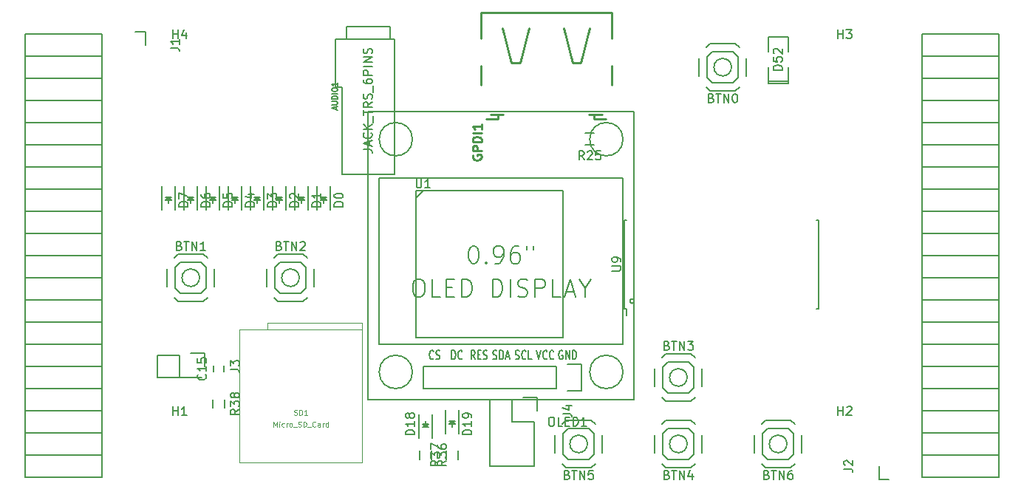
<source format=gto>
G04 #@! TF.FileFunction,Legend,Top*
%FSLAX46Y46*%
G04 Gerber Fmt 4.6, Leading zero omitted, Abs format (unit mm)*
G04 Created by KiCad (PCBNEW 4.0.5+dfsg1-4) date Thu May 18 22:57:46 2017*
%MOMM*%
%LPD*%
G01*
G04 APERTURE LIST*
%ADD10C,0.100000*%
%ADD11C,0.150000*%
%ADD12C,0.010160*%
%ADD13C,0.152400*%
%ADD14C,0.254000*%
%ADD15C,0.124460*%
G04 APERTURE END LIST*
D10*
D11*
X130080000Y-96200000D02*
X146880000Y-96200000D01*
X146880000Y-96200000D02*
X146880000Y-79400000D01*
X146880000Y-79400000D02*
X130080000Y-79400000D01*
X130080000Y-79400000D02*
X130080000Y-96200000D01*
X130880000Y-79400000D02*
X130080000Y-80200000D01*
X170427000Y-66881000D02*
X170427000Y-67135000D01*
X170427000Y-67135000D02*
X172713000Y-67135000D01*
X172713000Y-67135000D02*
X172713000Y-66881000D01*
X170427000Y-66881000D02*
X172713000Y-66881000D01*
X172713000Y-66881000D02*
X172713000Y-65230000D01*
X170427000Y-63452000D02*
X170427000Y-61801000D01*
X170427000Y-61801000D02*
X172713000Y-61801000D01*
X172713000Y-61801000D02*
X172713000Y-63452000D01*
X170427000Y-65230000D02*
X170427000Y-66881000D01*
D12*
X113070000Y-95320000D02*
X113070000Y-94520000D01*
X113070000Y-94520000D02*
X123870000Y-94520000D01*
X123870000Y-94520000D02*
X123870000Y-95320000D01*
X109870000Y-110520000D02*
X109870000Y-95320000D01*
X109870000Y-95320000D02*
X123870000Y-95320000D01*
X123870000Y-95320000D02*
X123870000Y-110520000D01*
X123870000Y-110520000D02*
X109870000Y-110520000D01*
D11*
X105260000Y-89360000D02*
G75*
G03X105260000Y-89360000I-1000000J0D01*
G01*
X103060000Y-87560000D02*
X105460000Y-87560000D01*
X102460000Y-88160000D02*
X103060000Y-87560000D01*
X102460000Y-90560000D02*
X102460000Y-88160000D01*
X103060000Y-91160000D02*
X102460000Y-90560000D01*
X105460000Y-91160000D02*
X103060000Y-91160000D01*
X106060000Y-90560000D02*
X105460000Y-91160000D01*
X106060000Y-88160000D02*
X106060000Y-90560000D01*
X105460000Y-87560000D02*
X106060000Y-88160000D01*
X102810000Y-86660000D02*
X105710000Y-86660000D01*
X102360000Y-87110000D02*
X102810000Y-86660000D01*
X101560000Y-90360000D02*
X101560000Y-88360000D01*
X102810000Y-92060000D02*
X102360000Y-91610000D01*
X105710000Y-92060000D02*
X102810000Y-92060000D01*
X106160000Y-91610000D02*
X105710000Y-92060000D01*
X106960000Y-88360000D02*
X106960000Y-90360000D01*
X105710000Y-86660000D02*
X106160000Y-87110000D01*
X116690000Y-89360000D02*
G75*
G03X116690000Y-89360000I-1000000J0D01*
G01*
X114490000Y-87560000D02*
X116890000Y-87560000D01*
X113890000Y-88160000D02*
X114490000Y-87560000D01*
X113890000Y-90560000D02*
X113890000Y-88160000D01*
X114490000Y-91160000D02*
X113890000Y-90560000D01*
X116890000Y-91160000D02*
X114490000Y-91160000D01*
X117490000Y-90560000D02*
X116890000Y-91160000D01*
X117490000Y-88160000D02*
X117490000Y-90560000D01*
X116890000Y-87560000D02*
X117490000Y-88160000D01*
X114240000Y-86660000D02*
X117140000Y-86660000D01*
X113790000Y-87110000D02*
X114240000Y-86660000D01*
X112990000Y-90360000D02*
X112990000Y-88360000D01*
X114240000Y-92060000D02*
X113790000Y-91610000D01*
X117140000Y-92060000D02*
X114240000Y-92060000D01*
X117590000Y-91610000D02*
X117140000Y-92060000D01*
X118390000Y-88360000D02*
X118390000Y-90360000D01*
X117140000Y-86660000D02*
X117590000Y-87110000D01*
X161140000Y-100790000D02*
G75*
G03X161140000Y-100790000I-1000000J0D01*
G01*
X158940000Y-98990000D02*
X161340000Y-98990000D01*
X158340000Y-99590000D02*
X158940000Y-98990000D01*
X158340000Y-101990000D02*
X158340000Y-99590000D01*
X158940000Y-102590000D02*
X158340000Y-101990000D01*
X161340000Y-102590000D02*
X158940000Y-102590000D01*
X161940000Y-101990000D02*
X161340000Y-102590000D01*
X161940000Y-99590000D02*
X161940000Y-101990000D01*
X161340000Y-98990000D02*
X161940000Y-99590000D01*
X158690000Y-98090000D02*
X161590000Y-98090000D01*
X158240000Y-98540000D02*
X158690000Y-98090000D01*
X157440000Y-101790000D02*
X157440000Y-99790000D01*
X158690000Y-103490000D02*
X158240000Y-103040000D01*
X161590000Y-103490000D02*
X158690000Y-103490000D01*
X162040000Y-103040000D02*
X161590000Y-103490000D01*
X162840000Y-99790000D02*
X162840000Y-101790000D01*
X161590000Y-98090000D02*
X162040000Y-98540000D01*
X161140000Y-108410000D02*
G75*
G03X161140000Y-108410000I-1000000J0D01*
G01*
X161340000Y-110210000D02*
X158940000Y-110210000D01*
X161940000Y-109610000D02*
X161340000Y-110210000D01*
X161940000Y-107210000D02*
X161940000Y-109610000D01*
X161340000Y-106610000D02*
X161940000Y-107210000D01*
X158940000Y-106610000D02*
X161340000Y-106610000D01*
X158340000Y-107210000D02*
X158940000Y-106610000D01*
X158340000Y-109610000D02*
X158340000Y-107210000D01*
X158940000Y-110210000D02*
X158340000Y-109610000D01*
X161590000Y-111110000D02*
X158690000Y-111110000D01*
X162040000Y-110660000D02*
X161590000Y-111110000D01*
X162840000Y-107410000D02*
X162840000Y-109410000D01*
X161590000Y-105710000D02*
X162040000Y-106160000D01*
X158690000Y-105710000D02*
X161590000Y-105710000D01*
X158240000Y-106160000D02*
X158690000Y-105710000D01*
X157440000Y-109410000D02*
X157440000Y-107410000D01*
X158690000Y-111110000D02*
X158240000Y-110660000D01*
X149710000Y-108410000D02*
G75*
G03X149710000Y-108410000I-1000000J0D01*
G01*
X149910000Y-110210000D02*
X147510000Y-110210000D01*
X150510000Y-109610000D02*
X149910000Y-110210000D01*
X150510000Y-107210000D02*
X150510000Y-109610000D01*
X149910000Y-106610000D02*
X150510000Y-107210000D01*
X147510000Y-106610000D02*
X149910000Y-106610000D01*
X146910000Y-107210000D02*
X147510000Y-106610000D01*
X146910000Y-109610000D02*
X146910000Y-107210000D01*
X147510000Y-110210000D02*
X146910000Y-109610000D01*
X150160000Y-111110000D02*
X147260000Y-111110000D01*
X150610000Y-110660000D02*
X150160000Y-111110000D01*
X151410000Y-107410000D02*
X151410000Y-109410000D01*
X150160000Y-105710000D02*
X150610000Y-106160000D01*
X147260000Y-105710000D02*
X150160000Y-105710000D01*
X146810000Y-106160000D02*
X147260000Y-105710000D01*
X146010000Y-109410000D02*
X146010000Y-107410000D01*
X147260000Y-111110000D02*
X146810000Y-110660000D01*
X172570000Y-108410000D02*
G75*
G03X172570000Y-108410000I-1000000J0D01*
G01*
X172770000Y-110210000D02*
X170370000Y-110210000D01*
X173370000Y-109610000D02*
X172770000Y-110210000D01*
X173370000Y-107210000D02*
X173370000Y-109610000D01*
X172770000Y-106610000D02*
X173370000Y-107210000D01*
X170370000Y-106610000D02*
X172770000Y-106610000D01*
X169770000Y-107210000D02*
X170370000Y-106610000D01*
X169770000Y-109610000D02*
X169770000Y-107210000D01*
X170370000Y-110210000D02*
X169770000Y-109610000D01*
X173020000Y-111110000D02*
X170120000Y-111110000D01*
X173470000Y-110660000D02*
X173020000Y-111110000D01*
X174270000Y-107410000D02*
X174270000Y-109410000D01*
X173020000Y-105710000D02*
X173470000Y-106160000D01*
X170120000Y-105710000D02*
X173020000Y-105710000D01*
X169670000Y-106160000D02*
X170120000Y-105710000D01*
X168870000Y-109410000D02*
X168870000Y-107410000D01*
X170120000Y-111110000D02*
X169670000Y-110660000D01*
X118750000Y-78870000D02*
X118750000Y-81570000D01*
X120250000Y-78870000D02*
X120250000Y-81570000D01*
X119350000Y-80370000D02*
X119600000Y-80370000D01*
X119600000Y-80370000D02*
X119450000Y-80220000D01*
X119850000Y-80120000D02*
X119150000Y-80120000D01*
X119500000Y-80470000D02*
X119500000Y-80820000D01*
X119500000Y-80120000D02*
X119850000Y-80470000D01*
X119850000Y-80470000D02*
X119150000Y-80470000D01*
X119150000Y-80470000D02*
X119500000Y-80120000D01*
X116210000Y-78870000D02*
X116210000Y-81570000D01*
X117710000Y-78870000D02*
X117710000Y-81570000D01*
X116810000Y-80370000D02*
X117060000Y-80370000D01*
X117060000Y-80370000D02*
X116910000Y-80220000D01*
X117310000Y-80120000D02*
X116610000Y-80120000D01*
X116960000Y-80470000D02*
X116960000Y-80820000D01*
X116960000Y-80120000D02*
X117310000Y-80470000D01*
X117310000Y-80470000D02*
X116610000Y-80470000D01*
X116610000Y-80470000D02*
X116960000Y-80120000D01*
X113670000Y-78870000D02*
X113670000Y-81570000D01*
X115170000Y-78870000D02*
X115170000Y-81570000D01*
X114270000Y-80370000D02*
X114520000Y-80370000D01*
X114520000Y-80370000D02*
X114370000Y-80220000D01*
X114770000Y-80120000D02*
X114070000Y-80120000D01*
X114420000Y-80470000D02*
X114420000Y-80820000D01*
X114420000Y-80120000D02*
X114770000Y-80470000D01*
X114770000Y-80470000D02*
X114070000Y-80470000D01*
X114070000Y-80470000D02*
X114420000Y-80120000D01*
X111130000Y-78870000D02*
X111130000Y-81570000D01*
X112630000Y-78870000D02*
X112630000Y-81570000D01*
X111730000Y-80370000D02*
X111980000Y-80370000D01*
X111980000Y-80370000D02*
X111830000Y-80220000D01*
X112230000Y-80120000D02*
X111530000Y-80120000D01*
X111880000Y-80470000D02*
X111880000Y-80820000D01*
X111880000Y-80120000D02*
X112230000Y-80470000D01*
X112230000Y-80470000D02*
X111530000Y-80470000D01*
X111530000Y-80470000D02*
X111880000Y-80120000D01*
X108590000Y-78870000D02*
X108590000Y-81570000D01*
X110090000Y-78870000D02*
X110090000Y-81570000D01*
X109190000Y-80370000D02*
X109440000Y-80370000D01*
X109440000Y-80370000D02*
X109290000Y-80220000D01*
X109690000Y-80120000D02*
X108990000Y-80120000D01*
X109340000Y-80470000D02*
X109340000Y-80820000D01*
X109340000Y-80120000D02*
X109690000Y-80470000D01*
X109690000Y-80470000D02*
X108990000Y-80470000D01*
X108990000Y-80470000D02*
X109340000Y-80120000D01*
X106050000Y-78870000D02*
X106050000Y-81570000D01*
X107550000Y-78870000D02*
X107550000Y-81570000D01*
X106650000Y-80370000D02*
X106900000Y-80370000D01*
X106900000Y-80370000D02*
X106750000Y-80220000D01*
X107150000Y-80120000D02*
X106450000Y-80120000D01*
X106800000Y-80470000D02*
X106800000Y-80820000D01*
X106800000Y-80120000D02*
X107150000Y-80470000D01*
X107150000Y-80470000D02*
X106450000Y-80470000D01*
X106450000Y-80470000D02*
X106800000Y-80120000D01*
X103510000Y-78870000D02*
X103510000Y-81570000D01*
X105010000Y-78870000D02*
X105010000Y-81570000D01*
X104110000Y-80370000D02*
X104360000Y-80370000D01*
X104360000Y-80370000D02*
X104210000Y-80220000D01*
X104610000Y-80120000D02*
X103910000Y-80120000D01*
X104260000Y-80470000D02*
X104260000Y-80820000D01*
X104260000Y-80120000D02*
X104610000Y-80470000D01*
X104610000Y-80470000D02*
X103910000Y-80470000D01*
X103910000Y-80470000D02*
X104260000Y-80120000D01*
X100970000Y-78870000D02*
X100970000Y-81570000D01*
X102470000Y-78870000D02*
X102470000Y-81570000D01*
X101570000Y-80370000D02*
X101820000Y-80370000D01*
X101820000Y-80370000D02*
X101670000Y-80220000D01*
X102070000Y-80120000D02*
X101370000Y-80120000D01*
X101720000Y-80470000D02*
X101720000Y-80820000D01*
X101720000Y-80120000D02*
X102070000Y-80470000D01*
X102070000Y-80470000D02*
X101370000Y-80470000D01*
X101370000Y-80470000D02*
X101720000Y-80120000D01*
D13*
X121580000Y-77540000D02*
X121580000Y-67540000D01*
X121580000Y-67540000D02*
X120880000Y-67540000D01*
X120880000Y-67540000D02*
X120880000Y-62040000D01*
X127580000Y-77540000D02*
X121580000Y-77540000D01*
X127580000Y-62040000D02*
X127580000Y-77540000D01*
X127580000Y-62040000D02*
X120880000Y-62040000D01*
X127080000Y-62040000D02*
X127080000Y-60540000D01*
X127080000Y-60540000D02*
X122080000Y-60540000D01*
X122080000Y-60540000D02*
X122080000Y-62040000D01*
D11*
X176180000Y-92880000D02*
X175980000Y-92880000D01*
X176180000Y-82720000D02*
X175980000Y-82720000D01*
X155080000Y-92050000D02*
G75*
G03X155080000Y-92050000I-250000J0D01*
G01*
X154180000Y-92880000D02*
X154180000Y-93700000D01*
X153980000Y-92880000D02*
X154180000Y-92880000D01*
X153980000Y-82720000D02*
X154180000Y-82720000D01*
X176190000Y-82720000D02*
X176190000Y-92880000D01*
X153970000Y-92880000D02*
X153970000Y-82720000D01*
D14*
X151378260Y-70648160D02*
X150479100Y-70648160D01*
X150479100Y-70648160D02*
X149879660Y-70648160D01*
X140080340Y-70648160D02*
X139480900Y-70648160D01*
X139480900Y-70648160D02*
X138581740Y-70648160D01*
X137481920Y-67249640D02*
X137481920Y-65098260D01*
X137481920Y-61900400D02*
X137481920Y-58992100D01*
X137481920Y-58992100D02*
X152478080Y-58992100D01*
X152478080Y-58992100D02*
X152478080Y-61900400D01*
X152478080Y-65098260D02*
X152478080Y-67249640D01*
X138106760Y-71148540D02*
X139480900Y-71148540D01*
X139480900Y-71148540D02*
X139480900Y-70648160D01*
X150479100Y-70648160D02*
X150479100Y-71148540D01*
X150479100Y-71148540D02*
X151865940Y-71148540D01*
X142981020Y-60732000D02*
X141980260Y-64732500D01*
X141980260Y-64732500D02*
X140982040Y-64732500D01*
X140982040Y-64732500D02*
X139981280Y-60732000D01*
X146978980Y-60732000D02*
X147979740Y-64732500D01*
X147979740Y-64732500D02*
X148977960Y-64732500D01*
X148977960Y-64732500D02*
X149978720Y-60732000D01*
D11*
X85270000Y-112220000D02*
X94100000Y-112220000D01*
X85270000Y-109680000D02*
X85270000Y-112220000D01*
X94100000Y-109680000D02*
X94100000Y-112220000D01*
X94100000Y-112220000D02*
X85270000Y-112220000D01*
X94100000Y-109680000D02*
X85270000Y-109680000D01*
X94100000Y-107140000D02*
X94100000Y-109680000D01*
X85270000Y-107140000D02*
X85270000Y-109680000D01*
X85270000Y-109680000D02*
X94100000Y-109680000D01*
X85270000Y-91900000D02*
X94100000Y-91900000D01*
X85270000Y-89360000D02*
X85270000Y-91900000D01*
X94100000Y-89360000D02*
X94100000Y-91900000D01*
X94100000Y-91900000D02*
X85270000Y-91900000D01*
X94100000Y-94440000D02*
X85270000Y-94440000D01*
X94100000Y-91900000D02*
X94100000Y-94440000D01*
X85270000Y-91900000D02*
X85270000Y-94440000D01*
X85270000Y-94440000D02*
X94100000Y-94440000D01*
X85270000Y-107140000D02*
X94100000Y-107140000D01*
X85270000Y-104600000D02*
X85270000Y-107140000D01*
X94100000Y-104600000D02*
X94100000Y-107140000D01*
X94100000Y-107140000D02*
X85270000Y-107140000D01*
X94100000Y-104600000D02*
X85270000Y-104600000D01*
X94100000Y-102060000D02*
X94100000Y-104600000D01*
X85270000Y-102060000D02*
X85270000Y-104600000D01*
X85270000Y-104600000D02*
X94100000Y-104600000D01*
X85270000Y-102060000D02*
X94100000Y-102060000D01*
X85270000Y-99520000D02*
X85270000Y-102060000D01*
X94100000Y-99520000D02*
X94100000Y-102060000D01*
X94100000Y-102060000D02*
X85270000Y-102060000D01*
X94100000Y-99520000D02*
X85270000Y-99520000D01*
X94100000Y-96980000D02*
X94100000Y-99520000D01*
X85270000Y-96980000D02*
X85270000Y-99520000D01*
X85270000Y-99520000D02*
X94100000Y-99520000D01*
X85270000Y-96980000D02*
X94100000Y-96980000D01*
X85270000Y-94440000D02*
X85270000Y-96980000D01*
X94100000Y-94440000D02*
X94100000Y-96980000D01*
X94100000Y-96980000D02*
X85270000Y-96980000D01*
X94100000Y-79200000D02*
X85270000Y-79200000D01*
X94100000Y-76660000D02*
X94100000Y-79200000D01*
X85270000Y-76660000D02*
X85270000Y-79200000D01*
X85270000Y-79200000D02*
X94100000Y-79200000D01*
X85270000Y-81740000D02*
X94100000Y-81740000D01*
X85270000Y-79200000D02*
X85270000Y-81740000D01*
X94100000Y-79200000D02*
X94100000Y-81740000D01*
X94100000Y-81740000D02*
X85270000Y-81740000D01*
X94100000Y-84280000D02*
X85270000Y-84280000D01*
X94100000Y-81740000D02*
X94100000Y-84280000D01*
X85270000Y-81740000D02*
X85270000Y-84280000D01*
X85270000Y-84280000D02*
X94100000Y-84280000D01*
X85270000Y-86820000D02*
X94100000Y-86820000D01*
X85270000Y-84280000D02*
X85270000Y-86820000D01*
X94100000Y-84280000D02*
X94100000Y-86820000D01*
X94100000Y-86820000D02*
X85270000Y-86820000D01*
X94100000Y-89360000D02*
X85270000Y-89360000D01*
X94100000Y-86820000D02*
X94100000Y-89360000D01*
X85270000Y-86820000D02*
X85270000Y-89360000D01*
X85270000Y-89360000D02*
X94100000Y-89360000D01*
X85270000Y-76660000D02*
X94100000Y-76660000D01*
X85270000Y-74120000D02*
X85270000Y-76660000D01*
X94100000Y-74120000D02*
X94100000Y-76660000D01*
X94100000Y-76660000D02*
X85270000Y-76660000D01*
X94100000Y-74120000D02*
X85270000Y-74120000D01*
X94100000Y-71580000D02*
X94100000Y-74120000D01*
X85270000Y-71580000D02*
X85270000Y-74120000D01*
X85270000Y-74120000D02*
X94100000Y-74120000D01*
X85270000Y-71580000D02*
X94100000Y-71580000D01*
X85270000Y-69040000D02*
X85270000Y-71580000D01*
X94100000Y-69040000D02*
X94100000Y-71580000D01*
X94100000Y-71580000D02*
X85270000Y-71580000D01*
X94100000Y-69040000D02*
X85270000Y-69040000D01*
X94100000Y-66500000D02*
X94100000Y-69040000D01*
X85270000Y-66500000D02*
X85270000Y-69040000D01*
X85270000Y-69040000D02*
X94100000Y-69040000D01*
X85270000Y-66500000D02*
X94100000Y-66500000D01*
X85270000Y-63960000D02*
X85270000Y-66500000D01*
X94100000Y-63960000D02*
X94100000Y-66500000D01*
X94100000Y-66500000D02*
X85270000Y-66500000D01*
X94100000Y-63960000D02*
X85270000Y-63960000D01*
X94100000Y-61420000D02*
X94100000Y-63960000D01*
X99060000Y-62690000D02*
X99060000Y-61140000D01*
X99060000Y-61140000D02*
X97910000Y-61140000D01*
X94100000Y-61420000D02*
X85270000Y-61420000D01*
X85270000Y-61420000D02*
X85270000Y-63960000D01*
X85270000Y-63960000D02*
X94100000Y-63960000D01*
X196910000Y-61420000D02*
X188080000Y-61420000D01*
X196910000Y-63960000D02*
X196910000Y-61420000D01*
X188080000Y-63960000D02*
X188080000Y-61420000D01*
X188080000Y-61420000D02*
X196910000Y-61420000D01*
X188080000Y-63960000D02*
X196910000Y-63960000D01*
X188080000Y-66500000D02*
X188080000Y-63960000D01*
X196910000Y-66500000D02*
X196910000Y-63960000D01*
X196910000Y-63960000D02*
X188080000Y-63960000D01*
X196910000Y-81740000D02*
X188080000Y-81740000D01*
X196910000Y-84280000D02*
X196910000Y-81740000D01*
X188080000Y-84280000D02*
X188080000Y-81740000D01*
X188080000Y-81740000D02*
X196910000Y-81740000D01*
X188080000Y-79200000D02*
X196910000Y-79200000D01*
X188080000Y-81740000D02*
X188080000Y-79200000D01*
X196910000Y-81740000D02*
X196910000Y-79200000D01*
X196910000Y-79200000D02*
X188080000Y-79200000D01*
X196910000Y-66500000D02*
X188080000Y-66500000D01*
X196910000Y-69040000D02*
X196910000Y-66500000D01*
X188080000Y-69040000D02*
X188080000Y-66500000D01*
X188080000Y-66500000D02*
X196910000Y-66500000D01*
X188080000Y-69040000D02*
X196910000Y-69040000D01*
X188080000Y-71580000D02*
X188080000Y-69040000D01*
X196910000Y-71580000D02*
X196910000Y-69040000D01*
X196910000Y-69040000D02*
X188080000Y-69040000D01*
X196910000Y-71580000D02*
X188080000Y-71580000D01*
X196910000Y-74120000D02*
X196910000Y-71580000D01*
X188080000Y-74120000D02*
X188080000Y-71580000D01*
X188080000Y-71580000D02*
X196910000Y-71580000D01*
X188080000Y-74120000D02*
X196910000Y-74120000D01*
X188080000Y-76660000D02*
X188080000Y-74120000D01*
X196910000Y-76660000D02*
X196910000Y-74120000D01*
X196910000Y-74120000D02*
X188080000Y-74120000D01*
X196910000Y-76660000D02*
X188080000Y-76660000D01*
X196910000Y-79200000D02*
X196910000Y-76660000D01*
X188080000Y-79200000D02*
X188080000Y-76660000D01*
X188080000Y-76660000D02*
X196910000Y-76660000D01*
X188080000Y-94440000D02*
X196910000Y-94440000D01*
X188080000Y-96980000D02*
X188080000Y-94440000D01*
X196910000Y-96980000D02*
X196910000Y-94440000D01*
X196910000Y-94440000D02*
X188080000Y-94440000D01*
X196910000Y-91900000D02*
X188080000Y-91900000D01*
X196910000Y-94440000D02*
X196910000Y-91900000D01*
X188080000Y-94440000D02*
X188080000Y-91900000D01*
X188080000Y-91900000D02*
X196910000Y-91900000D01*
X188080000Y-89360000D02*
X196910000Y-89360000D01*
X188080000Y-91900000D02*
X188080000Y-89360000D01*
X196910000Y-91900000D02*
X196910000Y-89360000D01*
X196910000Y-89360000D02*
X188080000Y-89360000D01*
X196910000Y-86820000D02*
X188080000Y-86820000D01*
X196910000Y-89360000D02*
X196910000Y-86820000D01*
X188080000Y-89360000D02*
X188080000Y-86820000D01*
X188080000Y-86820000D02*
X196910000Y-86820000D01*
X188080000Y-84280000D02*
X196910000Y-84280000D01*
X188080000Y-86820000D02*
X188080000Y-84280000D01*
X196910000Y-86820000D02*
X196910000Y-84280000D01*
X196910000Y-84280000D02*
X188080000Y-84280000D01*
X196910000Y-96980000D02*
X188080000Y-96980000D01*
X196910000Y-99520000D02*
X196910000Y-96980000D01*
X188080000Y-99520000D02*
X188080000Y-96980000D01*
X188080000Y-96980000D02*
X196910000Y-96980000D01*
X188080000Y-99520000D02*
X196910000Y-99520000D01*
X188080000Y-102060000D02*
X188080000Y-99520000D01*
X196910000Y-102060000D02*
X196910000Y-99520000D01*
X196910000Y-99520000D02*
X188080000Y-99520000D01*
X196910000Y-102060000D02*
X188080000Y-102060000D01*
X196910000Y-104600000D02*
X196910000Y-102060000D01*
X188080000Y-104600000D02*
X188080000Y-102060000D01*
X188080000Y-102060000D02*
X196910000Y-102060000D01*
X188080000Y-104600000D02*
X196910000Y-104600000D01*
X188080000Y-107140000D02*
X188080000Y-104600000D01*
X196910000Y-107140000D02*
X196910000Y-104600000D01*
X196910000Y-104600000D02*
X188080000Y-104600000D01*
X196910000Y-107140000D02*
X188080000Y-107140000D01*
X196910000Y-109680000D02*
X196910000Y-107140000D01*
X188080000Y-109680000D02*
X188080000Y-107140000D01*
X188080000Y-107140000D02*
X196910000Y-107140000D01*
X188080000Y-109680000D02*
X196910000Y-109680000D01*
X188080000Y-112220000D02*
X188080000Y-109680000D01*
X183120000Y-110950000D02*
X183120000Y-112500000D01*
X183120000Y-112500000D02*
X184270000Y-112500000D01*
X188080000Y-112220000D02*
X196910000Y-112220000D01*
X196910000Y-112220000D02*
X196910000Y-109680000D01*
X196910000Y-109680000D02*
X188080000Y-109680000D01*
X166220000Y-65230000D02*
G75*
G03X166220000Y-65230000I-1000000J0D01*
G01*
X166420000Y-67030000D02*
X164020000Y-67030000D01*
X167020000Y-66430000D02*
X166420000Y-67030000D01*
X167020000Y-64030000D02*
X167020000Y-66430000D01*
X166420000Y-63430000D02*
X167020000Y-64030000D01*
X164020000Y-63430000D02*
X166420000Y-63430000D01*
X163420000Y-64030000D02*
X164020000Y-63430000D01*
X163420000Y-66430000D02*
X163420000Y-64030000D01*
X164020000Y-67030000D02*
X163420000Y-66430000D01*
X166670000Y-67930000D02*
X163770000Y-67930000D01*
X167120000Y-67480000D02*
X166670000Y-67930000D01*
X167920000Y-64230000D02*
X167920000Y-66230000D01*
X166670000Y-62530000D02*
X167120000Y-62980000D01*
X163770000Y-62530000D02*
X166670000Y-62530000D01*
X163320000Y-62980000D02*
X163770000Y-62530000D01*
X162520000Y-66230000D02*
X162520000Y-64230000D01*
X163770000Y-67930000D02*
X163320000Y-67480000D01*
X149480000Y-72810000D02*
X150480000Y-72810000D01*
X150480000Y-74160000D02*
X149480000Y-74160000D01*
X105810000Y-99520000D02*
X105810000Y-97970000D01*
X102990000Y-100790000D02*
X105530000Y-100790000D01*
X105810000Y-97970000D02*
X104260000Y-97970000D01*
X100450000Y-100790000D02*
X102990000Y-100790000D01*
X102990000Y-100790000D02*
X102990000Y-98250000D01*
X102990000Y-98250000D02*
X100450000Y-98250000D01*
X100450000Y-98250000D02*
X100450000Y-100790000D01*
X153790000Y-73485000D02*
G75*
G03X153790000Y-73485000I-1905000J0D01*
G01*
X129660000Y-73485000D02*
G75*
G03X129660000Y-73485000I-1905000J0D01*
G01*
X129660000Y-100155000D02*
G75*
G03X129660000Y-100155000I-1905000J0D01*
G01*
X153790000Y-100155000D02*
G75*
G03X153790000Y-100155000I-1905000J0D01*
G01*
X153790000Y-77930000D02*
X153790000Y-96980000D01*
X125850000Y-77930000D02*
X153790000Y-77930000D01*
X125850000Y-96980000D02*
X125850000Y-77930000D01*
X153790000Y-96980000D02*
X125850000Y-96980000D01*
X155060000Y-70310000D02*
X155060000Y-103330000D01*
X124580000Y-70310000D02*
X155060000Y-70310000D01*
X124580000Y-103330000D02*
X124580000Y-70310000D01*
X155060000Y-103330000D02*
X124580000Y-103330000D01*
X146170000Y-99520000D02*
X130930000Y-99520000D01*
X130930000Y-99520000D02*
X130930000Y-102060000D01*
X130930000Y-102060000D02*
X146170000Y-102060000D01*
X148990000Y-99240000D02*
X147440000Y-99240000D01*
X146170000Y-99520000D02*
X146170000Y-102060000D01*
X147440000Y-102340000D02*
X148990000Y-102340000D01*
X148990000Y-102340000D02*
X148990000Y-99240000D01*
X131934000Y-107724000D02*
X131934000Y-105024000D01*
X130434000Y-107724000D02*
X130434000Y-105024000D01*
X131334000Y-106224000D02*
X131084000Y-106224000D01*
X131084000Y-106224000D02*
X131234000Y-106374000D01*
X130834000Y-106474000D02*
X131534000Y-106474000D01*
X131184000Y-106124000D02*
X131184000Y-105774000D01*
X131184000Y-106474000D02*
X130834000Y-106124000D01*
X130834000Y-106124000D02*
X131534000Y-106124000D01*
X131534000Y-106124000D02*
X131184000Y-106474000D01*
X133482000Y-104524000D02*
X133482000Y-107224000D01*
X134982000Y-104524000D02*
X134982000Y-107224000D01*
X134082000Y-106024000D02*
X134332000Y-106024000D01*
X134332000Y-106024000D02*
X134182000Y-105874000D01*
X134582000Y-105774000D02*
X133882000Y-105774000D01*
X134232000Y-106124000D02*
X134232000Y-106474000D01*
X134232000Y-105774000D02*
X134582000Y-106124000D01*
X134582000Y-106124000D02*
X133882000Y-106124000D01*
X133882000Y-106124000D02*
X134232000Y-105774000D01*
X130509000Y-110180000D02*
X130509000Y-109180000D01*
X131859000Y-109180000D02*
X131859000Y-110180000D01*
X134907000Y-109180000D02*
X134907000Y-110180000D01*
X133557000Y-110180000D02*
X133557000Y-109180000D01*
X106880000Y-100150000D02*
X106880000Y-99450000D01*
X108080000Y-99450000D02*
X108080000Y-100150000D01*
X106805000Y-104300000D02*
X106805000Y-103300000D01*
X108155000Y-103300000D02*
X108155000Y-104300000D01*
X143630000Y-110950000D02*
X143630000Y-105870000D01*
X143910000Y-103050000D02*
X143910000Y-104600000D01*
X141090000Y-103330000D02*
X141090000Y-105870000D01*
X141090000Y-105870000D02*
X143630000Y-105870000D01*
X143630000Y-110950000D02*
X138550000Y-110950000D01*
X138550000Y-110950000D02*
X138550000Y-105870000D01*
X143910000Y-103050000D02*
X142360000Y-103050000D01*
X138550000Y-103330000D02*
X141090000Y-103330000D01*
X138550000Y-105870000D02*
X138550000Y-103330000D01*
X130118095Y-78052381D02*
X130118095Y-78861905D01*
X130165714Y-78957143D01*
X130213333Y-79004762D01*
X130308571Y-79052381D01*
X130499048Y-79052381D01*
X130594286Y-79004762D01*
X130641905Y-78957143D01*
X130689524Y-78861905D01*
X130689524Y-78052381D01*
X131689524Y-79052381D02*
X131118095Y-79052381D01*
X131403809Y-79052381D02*
X131403809Y-78052381D01*
X131308571Y-78195238D01*
X131213333Y-78290476D01*
X131118095Y-78338095D01*
X172022381Y-65555286D02*
X171022381Y-65555286D01*
X171022381Y-65317191D01*
X171070000Y-65174333D01*
X171165238Y-65079095D01*
X171260476Y-65031476D01*
X171450952Y-64983857D01*
X171593810Y-64983857D01*
X171784286Y-65031476D01*
X171879524Y-65079095D01*
X171974762Y-65174333D01*
X172022381Y-65317191D01*
X172022381Y-65555286D01*
X171022381Y-64079095D02*
X171022381Y-64555286D01*
X171498571Y-64602905D01*
X171450952Y-64555286D01*
X171403333Y-64460048D01*
X171403333Y-64221952D01*
X171450952Y-64126714D01*
X171498571Y-64079095D01*
X171593810Y-64031476D01*
X171831905Y-64031476D01*
X171927143Y-64079095D01*
X171974762Y-64126714D01*
X172022381Y-64221952D01*
X172022381Y-64460048D01*
X171974762Y-64555286D01*
X171927143Y-64602905D01*
X171117619Y-63650524D02*
X171070000Y-63602905D01*
X171022381Y-63507667D01*
X171022381Y-63269571D01*
X171070000Y-63174333D01*
X171117619Y-63126714D01*
X171212857Y-63079095D01*
X171308095Y-63079095D01*
X171450952Y-63126714D01*
X172022381Y-63698143D01*
X172022381Y-63079095D01*
D15*
X116113564Y-105062630D02*
X116199198Y-105091175D01*
X116341922Y-105091175D01*
X116399012Y-105062630D01*
X116427556Y-105034086D01*
X116456101Y-104976996D01*
X116456101Y-104919907D01*
X116427556Y-104862817D01*
X116399012Y-104834272D01*
X116341922Y-104805728D01*
X116227743Y-104777183D01*
X116170654Y-104748638D01*
X116142109Y-104720093D01*
X116113564Y-104663004D01*
X116113564Y-104605914D01*
X116142109Y-104548825D01*
X116170654Y-104520280D01*
X116227743Y-104491735D01*
X116370467Y-104491735D01*
X116456101Y-104520280D01*
X116713004Y-105091175D02*
X116713004Y-104491735D01*
X116855728Y-104491735D01*
X116941362Y-104520280D01*
X116998451Y-104577370D01*
X117026996Y-104634459D01*
X117055541Y-104748638D01*
X117055541Y-104834272D01*
X117026996Y-104948451D01*
X116998451Y-105005541D01*
X116941362Y-105062630D01*
X116855728Y-105091175D01*
X116713004Y-105091175D01*
X117626436Y-105091175D02*
X117283899Y-105091175D01*
X117455168Y-105091175D02*
X117455168Y-104491735D01*
X117398078Y-104577370D01*
X117340989Y-104634459D01*
X117283899Y-104663004D01*
X113744350Y-106441175D02*
X113744350Y-105841735D01*
X113944163Y-106269907D01*
X114143976Y-105841735D01*
X114143976Y-106441175D01*
X114429424Y-106441175D02*
X114429424Y-106041549D01*
X114429424Y-105841735D02*
X114400879Y-105870280D01*
X114429424Y-105898825D01*
X114457969Y-105870280D01*
X114429424Y-105841735D01*
X114429424Y-105898825D01*
X114971775Y-106412630D02*
X114914685Y-106441175D01*
X114800506Y-106441175D01*
X114743417Y-106412630D01*
X114714872Y-106384086D01*
X114686327Y-106326996D01*
X114686327Y-106155728D01*
X114714872Y-106098638D01*
X114743417Y-106070093D01*
X114800506Y-106041549D01*
X114914685Y-106041549D01*
X114971775Y-106070093D01*
X115228678Y-106441175D02*
X115228678Y-106041549D01*
X115228678Y-106155728D02*
X115257223Y-106098638D01*
X115285767Y-106070093D01*
X115342857Y-106041549D01*
X115399946Y-106041549D01*
X115685394Y-106441175D02*
X115628305Y-106412630D01*
X115599760Y-106384086D01*
X115571215Y-106326996D01*
X115571215Y-106155728D01*
X115599760Y-106098638D01*
X115628305Y-106070093D01*
X115685394Y-106041549D01*
X115771028Y-106041549D01*
X115828118Y-106070093D01*
X115856663Y-106098638D01*
X115885207Y-106155728D01*
X115885207Y-106326996D01*
X115856663Y-106384086D01*
X115828118Y-106412630D01*
X115771028Y-106441175D01*
X115685394Y-106441175D01*
X115999386Y-106498265D02*
X116456102Y-106498265D01*
X116570281Y-106412630D02*
X116655915Y-106441175D01*
X116798639Y-106441175D01*
X116855729Y-106412630D01*
X116884273Y-106384086D01*
X116912818Y-106326996D01*
X116912818Y-106269907D01*
X116884273Y-106212817D01*
X116855729Y-106184272D01*
X116798639Y-106155728D01*
X116684460Y-106127183D01*
X116627371Y-106098638D01*
X116598826Y-106070093D01*
X116570281Y-106013004D01*
X116570281Y-105955914D01*
X116598826Y-105898825D01*
X116627371Y-105870280D01*
X116684460Y-105841735D01*
X116827184Y-105841735D01*
X116912818Y-105870280D01*
X117169721Y-106441175D02*
X117169721Y-105841735D01*
X117312445Y-105841735D01*
X117398079Y-105870280D01*
X117455168Y-105927370D01*
X117483713Y-105984459D01*
X117512258Y-106098638D01*
X117512258Y-106184272D01*
X117483713Y-106298451D01*
X117455168Y-106355541D01*
X117398079Y-106412630D01*
X117312445Y-106441175D01*
X117169721Y-106441175D01*
X117626437Y-106498265D02*
X118083153Y-106498265D01*
X118568414Y-106384086D02*
X118539869Y-106412630D01*
X118454235Y-106441175D01*
X118397145Y-106441175D01*
X118311511Y-106412630D01*
X118254422Y-106355541D01*
X118225877Y-106298451D01*
X118197332Y-106184272D01*
X118197332Y-106098638D01*
X118225877Y-105984459D01*
X118254422Y-105927370D01*
X118311511Y-105870280D01*
X118397145Y-105841735D01*
X118454235Y-105841735D01*
X118539869Y-105870280D01*
X118568414Y-105898825D01*
X119082220Y-106441175D02*
X119082220Y-106127183D01*
X119053675Y-106070093D01*
X118996585Y-106041549D01*
X118882406Y-106041549D01*
X118825317Y-106070093D01*
X119082220Y-106412630D02*
X119025130Y-106441175D01*
X118882406Y-106441175D01*
X118825317Y-106412630D01*
X118796772Y-106355541D01*
X118796772Y-106298451D01*
X118825317Y-106241362D01*
X118882406Y-106212817D01*
X119025130Y-106212817D01*
X119082220Y-106184272D01*
X119367667Y-106441175D02*
X119367667Y-106041549D01*
X119367667Y-106155728D02*
X119396212Y-106098638D01*
X119424756Y-106070093D01*
X119481846Y-106041549D01*
X119538935Y-106041549D01*
X119995652Y-106441175D02*
X119995652Y-105841735D01*
X119995652Y-106412630D02*
X119938562Y-106441175D01*
X119824383Y-106441175D01*
X119767294Y-106412630D01*
X119738749Y-106384086D01*
X119710204Y-106326996D01*
X119710204Y-106155728D01*
X119738749Y-106098638D01*
X119767294Y-106070093D01*
X119824383Y-106041549D01*
X119938562Y-106041549D01*
X119995652Y-106070093D01*
D11*
X102950477Y-85688571D02*
X103093334Y-85736190D01*
X103140953Y-85783810D01*
X103188572Y-85879048D01*
X103188572Y-86021905D01*
X103140953Y-86117143D01*
X103093334Y-86164762D01*
X102998096Y-86212381D01*
X102617143Y-86212381D01*
X102617143Y-85212381D01*
X102950477Y-85212381D01*
X103045715Y-85260000D01*
X103093334Y-85307619D01*
X103140953Y-85402857D01*
X103140953Y-85498095D01*
X103093334Y-85593333D01*
X103045715Y-85640952D01*
X102950477Y-85688571D01*
X102617143Y-85688571D01*
X103474286Y-85212381D02*
X104045715Y-85212381D01*
X103760000Y-86212381D02*
X103760000Y-85212381D01*
X104379048Y-86212381D02*
X104379048Y-85212381D01*
X104950477Y-86212381D01*
X104950477Y-85212381D01*
X105950477Y-86212381D02*
X105379048Y-86212381D01*
X105664762Y-86212381D02*
X105664762Y-85212381D01*
X105569524Y-85355238D01*
X105474286Y-85450476D01*
X105379048Y-85498095D01*
X114380477Y-85688571D02*
X114523334Y-85736190D01*
X114570953Y-85783810D01*
X114618572Y-85879048D01*
X114618572Y-86021905D01*
X114570953Y-86117143D01*
X114523334Y-86164762D01*
X114428096Y-86212381D01*
X114047143Y-86212381D01*
X114047143Y-85212381D01*
X114380477Y-85212381D01*
X114475715Y-85260000D01*
X114523334Y-85307619D01*
X114570953Y-85402857D01*
X114570953Y-85498095D01*
X114523334Y-85593333D01*
X114475715Y-85640952D01*
X114380477Y-85688571D01*
X114047143Y-85688571D01*
X114904286Y-85212381D02*
X115475715Y-85212381D01*
X115190000Y-86212381D02*
X115190000Y-85212381D01*
X115809048Y-86212381D02*
X115809048Y-85212381D01*
X116380477Y-86212381D01*
X116380477Y-85212381D01*
X116809048Y-85307619D02*
X116856667Y-85260000D01*
X116951905Y-85212381D01*
X117190001Y-85212381D01*
X117285239Y-85260000D01*
X117332858Y-85307619D01*
X117380477Y-85402857D01*
X117380477Y-85498095D01*
X117332858Y-85640952D01*
X116761429Y-86212381D01*
X117380477Y-86212381D01*
X158830477Y-97118571D02*
X158973334Y-97166190D01*
X159020953Y-97213810D01*
X159068572Y-97309048D01*
X159068572Y-97451905D01*
X159020953Y-97547143D01*
X158973334Y-97594762D01*
X158878096Y-97642381D01*
X158497143Y-97642381D01*
X158497143Y-96642381D01*
X158830477Y-96642381D01*
X158925715Y-96690000D01*
X158973334Y-96737619D01*
X159020953Y-96832857D01*
X159020953Y-96928095D01*
X158973334Y-97023333D01*
X158925715Y-97070952D01*
X158830477Y-97118571D01*
X158497143Y-97118571D01*
X159354286Y-96642381D02*
X159925715Y-96642381D01*
X159640000Y-97642381D02*
X159640000Y-96642381D01*
X160259048Y-97642381D02*
X160259048Y-96642381D01*
X160830477Y-97642381D01*
X160830477Y-96642381D01*
X161211429Y-96642381D02*
X161830477Y-96642381D01*
X161497143Y-97023333D01*
X161640001Y-97023333D01*
X161735239Y-97070952D01*
X161782858Y-97118571D01*
X161830477Y-97213810D01*
X161830477Y-97451905D01*
X161782858Y-97547143D01*
X161735239Y-97594762D01*
X161640001Y-97642381D01*
X161354286Y-97642381D01*
X161259048Y-97594762D01*
X161211429Y-97547143D01*
X158830477Y-111938571D02*
X158973334Y-111986190D01*
X159020953Y-112033810D01*
X159068572Y-112129048D01*
X159068572Y-112271905D01*
X159020953Y-112367143D01*
X158973334Y-112414762D01*
X158878096Y-112462381D01*
X158497143Y-112462381D01*
X158497143Y-111462381D01*
X158830477Y-111462381D01*
X158925715Y-111510000D01*
X158973334Y-111557619D01*
X159020953Y-111652857D01*
X159020953Y-111748095D01*
X158973334Y-111843333D01*
X158925715Y-111890952D01*
X158830477Y-111938571D01*
X158497143Y-111938571D01*
X159354286Y-111462381D02*
X159925715Y-111462381D01*
X159640000Y-112462381D02*
X159640000Y-111462381D01*
X160259048Y-112462381D02*
X160259048Y-111462381D01*
X160830477Y-112462381D01*
X160830477Y-111462381D01*
X161735239Y-111795714D02*
X161735239Y-112462381D01*
X161497143Y-111414762D02*
X161259048Y-112129048D01*
X161878096Y-112129048D01*
X147400477Y-111938571D02*
X147543334Y-111986190D01*
X147590953Y-112033810D01*
X147638572Y-112129048D01*
X147638572Y-112271905D01*
X147590953Y-112367143D01*
X147543334Y-112414762D01*
X147448096Y-112462381D01*
X147067143Y-112462381D01*
X147067143Y-111462381D01*
X147400477Y-111462381D01*
X147495715Y-111510000D01*
X147543334Y-111557619D01*
X147590953Y-111652857D01*
X147590953Y-111748095D01*
X147543334Y-111843333D01*
X147495715Y-111890952D01*
X147400477Y-111938571D01*
X147067143Y-111938571D01*
X147924286Y-111462381D02*
X148495715Y-111462381D01*
X148210000Y-112462381D02*
X148210000Y-111462381D01*
X148829048Y-112462381D02*
X148829048Y-111462381D01*
X149400477Y-112462381D01*
X149400477Y-111462381D01*
X150352858Y-111462381D02*
X149876667Y-111462381D01*
X149829048Y-111938571D01*
X149876667Y-111890952D01*
X149971905Y-111843333D01*
X150210001Y-111843333D01*
X150305239Y-111890952D01*
X150352858Y-111938571D01*
X150400477Y-112033810D01*
X150400477Y-112271905D01*
X150352858Y-112367143D01*
X150305239Y-112414762D01*
X150210001Y-112462381D01*
X149971905Y-112462381D01*
X149876667Y-112414762D01*
X149829048Y-112367143D01*
X170260477Y-111938571D02*
X170403334Y-111986190D01*
X170450953Y-112033810D01*
X170498572Y-112129048D01*
X170498572Y-112271905D01*
X170450953Y-112367143D01*
X170403334Y-112414762D01*
X170308096Y-112462381D01*
X169927143Y-112462381D01*
X169927143Y-111462381D01*
X170260477Y-111462381D01*
X170355715Y-111510000D01*
X170403334Y-111557619D01*
X170450953Y-111652857D01*
X170450953Y-111748095D01*
X170403334Y-111843333D01*
X170355715Y-111890952D01*
X170260477Y-111938571D01*
X169927143Y-111938571D01*
X170784286Y-111462381D02*
X171355715Y-111462381D01*
X171070000Y-112462381D02*
X171070000Y-111462381D01*
X171689048Y-112462381D02*
X171689048Y-111462381D01*
X172260477Y-112462381D01*
X172260477Y-111462381D01*
X173165239Y-111462381D02*
X172974762Y-111462381D01*
X172879524Y-111510000D01*
X172831905Y-111557619D01*
X172736667Y-111700476D01*
X172689048Y-111890952D01*
X172689048Y-112271905D01*
X172736667Y-112367143D01*
X172784286Y-112414762D01*
X172879524Y-112462381D01*
X173070001Y-112462381D01*
X173165239Y-112414762D01*
X173212858Y-112367143D01*
X173260477Y-112271905D01*
X173260477Y-112033810D01*
X173212858Y-111938571D01*
X173165239Y-111890952D01*
X173070001Y-111843333D01*
X172879524Y-111843333D01*
X172784286Y-111890952D01*
X172736667Y-111938571D01*
X172689048Y-112033810D01*
X121702381Y-81208095D02*
X120702381Y-81208095D01*
X120702381Y-80970000D01*
X120750000Y-80827142D01*
X120845238Y-80731904D01*
X120940476Y-80684285D01*
X121130952Y-80636666D01*
X121273810Y-80636666D01*
X121464286Y-80684285D01*
X121559524Y-80731904D01*
X121654762Y-80827142D01*
X121702381Y-80970000D01*
X121702381Y-81208095D01*
X120702381Y-80017619D02*
X120702381Y-79922380D01*
X120750000Y-79827142D01*
X120797619Y-79779523D01*
X120892857Y-79731904D01*
X121083333Y-79684285D01*
X121321429Y-79684285D01*
X121511905Y-79731904D01*
X121607143Y-79779523D01*
X121654762Y-79827142D01*
X121702381Y-79922380D01*
X121702381Y-80017619D01*
X121654762Y-80112857D01*
X121607143Y-80160476D01*
X121511905Y-80208095D01*
X121321429Y-80255714D01*
X121083333Y-80255714D01*
X120892857Y-80208095D01*
X120797619Y-80160476D01*
X120750000Y-80112857D01*
X120702381Y-80017619D01*
X119162381Y-81208095D02*
X118162381Y-81208095D01*
X118162381Y-80970000D01*
X118210000Y-80827142D01*
X118305238Y-80731904D01*
X118400476Y-80684285D01*
X118590952Y-80636666D01*
X118733810Y-80636666D01*
X118924286Y-80684285D01*
X119019524Y-80731904D01*
X119114762Y-80827142D01*
X119162381Y-80970000D01*
X119162381Y-81208095D01*
X119162381Y-79684285D02*
X119162381Y-80255714D01*
X119162381Y-79970000D02*
X118162381Y-79970000D01*
X118305238Y-80065238D01*
X118400476Y-80160476D01*
X118448095Y-80255714D01*
X116622381Y-81208095D02*
X115622381Y-81208095D01*
X115622381Y-80970000D01*
X115670000Y-80827142D01*
X115765238Y-80731904D01*
X115860476Y-80684285D01*
X116050952Y-80636666D01*
X116193810Y-80636666D01*
X116384286Y-80684285D01*
X116479524Y-80731904D01*
X116574762Y-80827142D01*
X116622381Y-80970000D01*
X116622381Y-81208095D01*
X115717619Y-80255714D02*
X115670000Y-80208095D01*
X115622381Y-80112857D01*
X115622381Y-79874761D01*
X115670000Y-79779523D01*
X115717619Y-79731904D01*
X115812857Y-79684285D01*
X115908095Y-79684285D01*
X116050952Y-79731904D01*
X116622381Y-80303333D01*
X116622381Y-79684285D01*
X114082381Y-81208095D02*
X113082381Y-81208095D01*
X113082381Y-80970000D01*
X113130000Y-80827142D01*
X113225238Y-80731904D01*
X113320476Y-80684285D01*
X113510952Y-80636666D01*
X113653810Y-80636666D01*
X113844286Y-80684285D01*
X113939524Y-80731904D01*
X114034762Y-80827142D01*
X114082381Y-80970000D01*
X114082381Y-81208095D01*
X113082381Y-80303333D02*
X113082381Y-79684285D01*
X113463333Y-80017619D01*
X113463333Y-79874761D01*
X113510952Y-79779523D01*
X113558571Y-79731904D01*
X113653810Y-79684285D01*
X113891905Y-79684285D01*
X113987143Y-79731904D01*
X114034762Y-79779523D01*
X114082381Y-79874761D01*
X114082381Y-80160476D01*
X114034762Y-80255714D01*
X113987143Y-80303333D01*
X111542381Y-81208095D02*
X110542381Y-81208095D01*
X110542381Y-80970000D01*
X110590000Y-80827142D01*
X110685238Y-80731904D01*
X110780476Y-80684285D01*
X110970952Y-80636666D01*
X111113810Y-80636666D01*
X111304286Y-80684285D01*
X111399524Y-80731904D01*
X111494762Y-80827142D01*
X111542381Y-80970000D01*
X111542381Y-81208095D01*
X110875714Y-79779523D02*
X111542381Y-79779523D01*
X110494762Y-80017619D02*
X111209048Y-80255714D01*
X111209048Y-79636666D01*
X109002381Y-81208095D02*
X108002381Y-81208095D01*
X108002381Y-80970000D01*
X108050000Y-80827142D01*
X108145238Y-80731904D01*
X108240476Y-80684285D01*
X108430952Y-80636666D01*
X108573810Y-80636666D01*
X108764286Y-80684285D01*
X108859524Y-80731904D01*
X108954762Y-80827142D01*
X109002381Y-80970000D01*
X109002381Y-81208095D01*
X108002381Y-79731904D02*
X108002381Y-80208095D01*
X108478571Y-80255714D01*
X108430952Y-80208095D01*
X108383333Y-80112857D01*
X108383333Y-79874761D01*
X108430952Y-79779523D01*
X108478571Y-79731904D01*
X108573810Y-79684285D01*
X108811905Y-79684285D01*
X108907143Y-79731904D01*
X108954762Y-79779523D01*
X109002381Y-79874761D01*
X109002381Y-80112857D01*
X108954762Y-80208095D01*
X108907143Y-80255714D01*
X106462381Y-81208095D02*
X105462381Y-81208095D01*
X105462381Y-80970000D01*
X105510000Y-80827142D01*
X105605238Y-80731904D01*
X105700476Y-80684285D01*
X105890952Y-80636666D01*
X106033810Y-80636666D01*
X106224286Y-80684285D01*
X106319524Y-80731904D01*
X106414762Y-80827142D01*
X106462381Y-80970000D01*
X106462381Y-81208095D01*
X105462381Y-79779523D02*
X105462381Y-79970000D01*
X105510000Y-80065238D01*
X105557619Y-80112857D01*
X105700476Y-80208095D01*
X105890952Y-80255714D01*
X106271905Y-80255714D01*
X106367143Y-80208095D01*
X106414762Y-80160476D01*
X106462381Y-80065238D01*
X106462381Y-79874761D01*
X106414762Y-79779523D01*
X106367143Y-79731904D01*
X106271905Y-79684285D01*
X106033810Y-79684285D01*
X105938571Y-79731904D01*
X105890952Y-79779523D01*
X105843333Y-79874761D01*
X105843333Y-80065238D01*
X105890952Y-80160476D01*
X105938571Y-80208095D01*
X106033810Y-80255714D01*
X103922381Y-81208095D02*
X102922381Y-81208095D01*
X102922381Y-80970000D01*
X102970000Y-80827142D01*
X103065238Y-80731904D01*
X103160476Y-80684285D01*
X103350952Y-80636666D01*
X103493810Y-80636666D01*
X103684286Y-80684285D01*
X103779524Y-80731904D01*
X103874762Y-80827142D01*
X103922381Y-80970000D01*
X103922381Y-81208095D01*
X102922381Y-80303333D02*
X102922381Y-79636666D01*
X103922381Y-80065238D01*
D13*
X120881600Y-70064000D02*
X120881600Y-69773714D01*
X121055771Y-70122057D02*
X120446171Y-69918857D01*
X121055771Y-69715657D01*
X120446171Y-69512457D02*
X120939657Y-69512457D01*
X120997714Y-69483429D01*
X121026743Y-69454400D01*
X121055771Y-69396343D01*
X121055771Y-69280229D01*
X121026743Y-69222171D01*
X120997714Y-69193143D01*
X120939657Y-69164114D01*
X120446171Y-69164114D01*
X121055771Y-68873828D02*
X120446171Y-68873828D01*
X120446171Y-68728685D01*
X120475200Y-68641600D01*
X120533257Y-68583542D01*
X120591314Y-68554514D01*
X120707429Y-68525485D01*
X120794514Y-68525485D01*
X120910629Y-68554514D01*
X120968686Y-68583542D01*
X121026743Y-68641600D01*
X121055771Y-68728685D01*
X121055771Y-68873828D01*
X121055771Y-68264228D02*
X120446171Y-68264228D01*
X120446171Y-67857828D02*
X120446171Y-67741714D01*
X120475200Y-67683656D01*
X120533257Y-67625599D01*
X120649371Y-67596571D01*
X120852571Y-67596571D01*
X120968686Y-67625599D01*
X121026743Y-67683656D01*
X121055771Y-67741714D01*
X121055771Y-67857828D01*
X121026743Y-67915885D01*
X120968686Y-67973942D01*
X120852571Y-68002971D01*
X120649371Y-68002971D01*
X120533257Y-67973942D01*
X120475200Y-67915885D01*
X120446171Y-67857828D01*
X121055771Y-67015999D02*
X121055771Y-67364342D01*
X121055771Y-67190170D02*
X120446171Y-67190170D01*
X120533257Y-67248227D01*
X120591314Y-67306285D01*
X120620343Y-67364342D01*
D11*
X124032381Y-74659047D02*
X124746667Y-74659047D01*
X124889524Y-74706667D01*
X124984762Y-74801905D01*
X125032381Y-74944762D01*
X125032381Y-75040000D01*
X124746667Y-74230476D02*
X124746667Y-73754285D01*
X125032381Y-74325714D02*
X124032381Y-73992381D01*
X125032381Y-73659047D01*
X124937143Y-72754285D02*
X124984762Y-72801904D01*
X125032381Y-72944761D01*
X125032381Y-73039999D01*
X124984762Y-73182857D01*
X124889524Y-73278095D01*
X124794286Y-73325714D01*
X124603810Y-73373333D01*
X124460952Y-73373333D01*
X124270476Y-73325714D01*
X124175238Y-73278095D01*
X124080000Y-73182857D01*
X124032381Y-73039999D01*
X124032381Y-72944761D01*
X124080000Y-72801904D01*
X124127619Y-72754285D01*
X125032381Y-72325714D02*
X124032381Y-72325714D01*
X125032381Y-71754285D02*
X124460952Y-72182857D01*
X124032381Y-71754285D02*
X124603810Y-72325714D01*
X125127619Y-71563809D02*
X125127619Y-70801904D01*
X124032381Y-70706666D02*
X124032381Y-70135237D01*
X125032381Y-70420952D02*
X124032381Y-70420952D01*
X125032381Y-69230475D02*
X124556190Y-69563809D01*
X125032381Y-69801904D02*
X124032381Y-69801904D01*
X124032381Y-69420951D01*
X124080000Y-69325713D01*
X124127619Y-69278094D01*
X124222857Y-69230475D01*
X124365714Y-69230475D01*
X124460952Y-69278094D01*
X124508571Y-69325713D01*
X124556190Y-69420951D01*
X124556190Y-69801904D01*
X124984762Y-68849523D02*
X125032381Y-68706666D01*
X125032381Y-68468570D01*
X124984762Y-68373332D01*
X124937143Y-68325713D01*
X124841905Y-68278094D01*
X124746667Y-68278094D01*
X124651429Y-68325713D01*
X124603810Y-68373332D01*
X124556190Y-68468570D01*
X124508571Y-68659047D01*
X124460952Y-68754285D01*
X124413333Y-68801904D01*
X124318095Y-68849523D01*
X124222857Y-68849523D01*
X124127619Y-68801904D01*
X124080000Y-68754285D01*
X124032381Y-68659047D01*
X124032381Y-68420951D01*
X124080000Y-68278094D01*
X125127619Y-68087618D02*
X125127619Y-67325713D01*
X124032381Y-66659046D02*
X124032381Y-66849523D01*
X124080000Y-66944761D01*
X124127619Y-66992380D01*
X124270476Y-67087618D01*
X124460952Y-67135237D01*
X124841905Y-67135237D01*
X124937143Y-67087618D01*
X124984762Y-67039999D01*
X125032381Y-66944761D01*
X125032381Y-66754284D01*
X124984762Y-66659046D01*
X124937143Y-66611427D01*
X124841905Y-66563808D01*
X124603810Y-66563808D01*
X124508571Y-66611427D01*
X124460952Y-66659046D01*
X124413333Y-66754284D01*
X124413333Y-66944761D01*
X124460952Y-67039999D01*
X124508571Y-67087618D01*
X124603810Y-67135237D01*
X125032381Y-66135237D02*
X124032381Y-66135237D01*
X124032381Y-65754284D01*
X124080000Y-65659046D01*
X124127619Y-65611427D01*
X124222857Y-65563808D01*
X124365714Y-65563808D01*
X124460952Y-65611427D01*
X124508571Y-65659046D01*
X124556190Y-65754284D01*
X124556190Y-66135237D01*
X125032381Y-65135237D02*
X124032381Y-65135237D01*
X125032381Y-64659047D02*
X124032381Y-64659047D01*
X125032381Y-64087618D01*
X124032381Y-64087618D01*
X124984762Y-63659047D02*
X125032381Y-63516190D01*
X125032381Y-63278094D01*
X124984762Y-63182856D01*
X124937143Y-63135237D01*
X124841905Y-63087618D01*
X124746667Y-63087618D01*
X124651429Y-63135237D01*
X124603810Y-63182856D01*
X124556190Y-63278094D01*
X124508571Y-63468571D01*
X124460952Y-63563809D01*
X124413333Y-63611428D01*
X124318095Y-63659047D01*
X124222857Y-63659047D01*
X124127619Y-63611428D01*
X124080000Y-63563809D01*
X124032381Y-63468571D01*
X124032381Y-63230475D01*
X124080000Y-63087618D01*
X152532381Y-88561905D02*
X153341905Y-88561905D01*
X153437143Y-88514286D01*
X153484762Y-88466667D01*
X153532381Y-88371429D01*
X153532381Y-88180952D01*
X153484762Y-88085714D01*
X153437143Y-88038095D01*
X153341905Y-87990476D01*
X152532381Y-87990476D01*
X153532381Y-87466667D02*
X153532381Y-87276191D01*
X153484762Y-87180952D01*
X153437143Y-87133333D01*
X153294286Y-87038095D01*
X153103810Y-86990476D01*
X152722857Y-86990476D01*
X152627619Y-87038095D01*
X152580000Y-87085714D01*
X152532381Y-87180952D01*
X152532381Y-87371429D01*
X152580000Y-87466667D01*
X152627619Y-87514286D01*
X152722857Y-87561905D01*
X152960952Y-87561905D01*
X153056190Y-87514286D01*
X153103810Y-87466667D01*
X153151429Y-87371429D01*
X153151429Y-87180952D01*
X153103810Y-87085714D01*
X153056190Y-87038095D01*
X152960952Y-86990476D01*
D14*
X136598000Y-75288619D02*
X136549619Y-75385381D01*
X136549619Y-75530524D01*
X136598000Y-75675666D01*
X136694762Y-75772428D01*
X136791524Y-75820809D01*
X136985048Y-75869190D01*
X137130190Y-75869190D01*
X137323714Y-75820809D01*
X137420476Y-75772428D01*
X137517238Y-75675666D01*
X137565619Y-75530524D01*
X137565619Y-75433762D01*
X137517238Y-75288619D01*
X137468857Y-75240238D01*
X137130190Y-75240238D01*
X137130190Y-75433762D01*
X137565619Y-74804809D02*
X136549619Y-74804809D01*
X136549619Y-74417762D01*
X136598000Y-74321000D01*
X136646381Y-74272619D01*
X136743143Y-74224238D01*
X136888286Y-74224238D01*
X136985048Y-74272619D01*
X137033429Y-74321000D01*
X137081810Y-74417762D01*
X137081810Y-74804809D01*
X137565619Y-73788809D02*
X136549619Y-73788809D01*
X136549619Y-73546904D01*
X136598000Y-73401762D01*
X136694762Y-73305000D01*
X136791524Y-73256619D01*
X136985048Y-73208238D01*
X137130190Y-73208238D01*
X137323714Y-73256619D01*
X137420476Y-73305000D01*
X137517238Y-73401762D01*
X137565619Y-73546904D01*
X137565619Y-73788809D01*
X137565619Y-72772809D02*
X136549619Y-72772809D01*
X137565619Y-71756809D02*
X137565619Y-72337380D01*
X137565619Y-72047094D02*
X136549619Y-72047094D01*
X136694762Y-72143856D01*
X136791524Y-72240618D01*
X136839905Y-72337380D01*
D11*
X101962381Y-63023333D02*
X102676667Y-63023333D01*
X102819524Y-63070953D01*
X102914762Y-63166191D01*
X102962381Y-63309048D01*
X102962381Y-63404286D01*
X102962381Y-62023333D02*
X102962381Y-62594762D01*
X102962381Y-62309048D02*
X101962381Y-62309048D01*
X102105238Y-62404286D01*
X102200476Y-62499524D01*
X102248095Y-62594762D01*
X179122381Y-111283333D02*
X179836667Y-111283333D01*
X179979524Y-111330953D01*
X180074762Y-111426191D01*
X180122381Y-111569048D01*
X180122381Y-111664286D01*
X179217619Y-110854762D02*
X179170000Y-110807143D01*
X179122381Y-110711905D01*
X179122381Y-110473809D01*
X179170000Y-110378571D01*
X179217619Y-110330952D01*
X179312857Y-110283333D01*
X179408095Y-110283333D01*
X179550952Y-110330952D01*
X180122381Y-110902381D01*
X180122381Y-110283333D01*
X102228095Y-105112381D02*
X102228095Y-104112381D01*
X102228095Y-104588571D02*
X102799524Y-104588571D01*
X102799524Y-105112381D02*
X102799524Y-104112381D01*
X103799524Y-105112381D02*
X103228095Y-105112381D01*
X103513809Y-105112381D02*
X103513809Y-104112381D01*
X103418571Y-104255238D01*
X103323333Y-104350476D01*
X103228095Y-104398095D01*
X178428095Y-105112381D02*
X178428095Y-104112381D01*
X178428095Y-104588571D02*
X178999524Y-104588571D01*
X178999524Y-105112381D02*
X178999524Y-104112381D01*
X179428095Y-104207619D02*
X179475714Y-104160000D01*
X179570952Y-104112381D01*
X179809048Y-104112381D01*
X179904286Y-104160000D01*
X179951905Y-104207619D01*
X179999524Y-104302857D01*
X179999524Y-104398095D01*
X179951905Y-104540952D01*
X179380476Y-105112381D01*
X179999524Y-105112381D01*
X178428095Y-61932381D02*
X178428095Y-60932381D01*
X178428095Y-61408571D02*
X178999524Y-61408571D01*
X178999524Y-61932381D02*
X178999524Y-60932381D01*
X179380476Y-60932381D02*
X179999524Y-60932381D01*
X179666190Y-61313333D01*
X179809048Y-61313333D01*
X179904286Y-61360952D01*
X179951905Y-61408571D01*
X179999524Y-61503810D01*
X179999524Y-61741905D01*
X179951905Y-61837143D01*
X179904286Y-61884762D01*
X179809048Y-61932381D01*
X179523333Y-61932381D01*
X179428095Y-61884762D01*
X179380476Y-61837143D01*
X102228095Y-61932381D02*
X102228095Y-60932381D01*
X102228095Y-61408571D02*
X102799524Y-61408571D01*
X102799524Y-61932381D02*
X102799524Y-60932381D01*
X103704286Y-61265714D02*
X103704286Y-61932381D01*
X103466190Y-60884762D02*
X103228095Y-61599048D01*
X103847143Y-61599048D01*
X163910477Y-68758571D02*
X164053334Y-68806190D01*
X164100953Y-68853810D01*
X164148572Y-68949048D01*
X164148572Y-69091905D01*
X164100953Y-69187143D01*
X164053334Y-69234762D01*
X163958096Y-69282381D01*
X163577143Y-69282381D01*
X163577143Y-68282381D01*
X163910477Y-68282381D01*
X164005715Y-68330000D01*
X164053334Y-68377619D01*
X164100953Y-68472857D01*
X164100953Y-68568095D01*
X164053334Y-68663333D01*
X164005715Y-68710952D01*
X163910477Y-68758571D01*
X163577143Y-68758571D01*
X164434286Y-68282381D02*
X165005715Y-68282381D01*
X164720000Y-69282381D02*
X164720000Y-68282381D01*
X165339048Y-69282381D02*
X165339048Y-68282381D01*
X165910477Y-69282381D01*
X165910477Y-68282381D01*
X166577143Y-68282381D02*
X166672382Y-68282381D01*
X166767620Y-68330000D01*
X166815239Y-68377619D01*
X166862858Y-68472857D01*
X166910477Y-68663333D01*
X166910477Y-68901429D01*
X166862858Y-69091905D01*
X166815239Y-69187143D01*
X166767620Y-69234762D01*
X166672382Y-69282381D01*
X166577143Y-69282381D01*
X166481905Y-69234762D01*
X166434286Y-69187143D01*
X166386667Y-69091905D01*
X166339048Y-68901429D01*
X166339048Y-68663333D01*
X166386667Y-68472857D01*
X166434286Y-68377619D01*
X166481905Y-68330000D01*
X166577143Y-68282381D01*
X149337143Y-75837381D02*
X149003809Y-75361190D01*
X148765714Y-75837381D02*
X148765714Y-74837381D01*
X149146667Y-74837381D01*
X149241905Y-74885000D01*
X149289524Y-74932619D01*
X149337143Y-75027857D01*
X149337143Y-75170714D01*
X149289524Y-75265952D01*
X149241905Y-75313571D01*
X149146667Y-75361190D01*
X148765714Y-75361190D01*
X149718095Y-74932619D02*
X149765714Y-74885000D01*
X149860952Y-74837381D01*
X150099048Y-74837381D01*
X150194286Y-74885000D01*
X150241905Y-74932619D01*
X150289524Y-75027857D01*
X150289524Y-75123095D01*
X150241905Y-75265952D01*
X149670476Y-75837381D01*
X150289524Y-75837381D01*
X151194286Y-74837381D02*
X150718095Y-74837381D01*
X150670476Y-75313571D01*
X150718095Y-75265952D01*
X150813333Y-75218333D01*
X151051429Y-75218333D01*
X151146667Y-75265952D01*
X151194286Y-75313571D01*
X151241905Y-75408810D01*
X151241905Y-75646905D01*
X151194286Y-75742143D01*
X151146667Y-75789762D01*
X151051429Y-75837381D01*
X150813333Y-75837381D01*
X150718095Y-75789762D01*
X150670476Y-75742143D01*
X108812381Y-99853333D02*
X109526667Y-99853333D01*
X109669524Y-99900953D01*
X109764762Y-99996191D01*
X109812381Y-100139048D01*
X109812381Y-100234286D01*
X108812381Y-99472381D02*
X108812381Y-98853333D01*
X109193333Y-99186667D01*
X109193333Y-99043809D01*
X109240952Y-98948571D01*
X109288571Y-98900952D01*
X109383810Y-98853333D01*
X109621905Y-98853333D01*
X109717143Y-98900952D01*
X109764762Y-98948571D01*
X109812381Y-99043809D01*
X109812381Y-99329524D01*
X109764762Y-99424762D01*
X109717143Y-99472381D01*
X145511428Y-105342381D02*
X145701905Y-105342381D01*
X145797143Y-105390000D01*
X145892381Y-105485238D01*
X145940000Y-105675714D01*
X145940000Y-106009048D01*
X145892381Y-106199524D01*
X145797143Y-106294762D01*
X145701905Y-106342381D01*
X145511428Y-106342381D01*
X145416190Y-106294762D01*
X145320952Y-106199524D01*
X145273333Y-106009048D01*
X145273333Y-105675714D01*
X145320952Y-105485238D01*
X145416190Y-105390000D01*
X145511428Y-105342381D01*
X146844762Y-106342381D02*
X146368571Y-106342381D01*
X146368571Y-105342381D01*
X147178095Y-105818571D02*
X147511429Y-105818571D01*
X147654286Y-106342381D02*
X147178095Y-106342381D01*
X147178095Y-105342381D01*
X147654286Y-105342381D01*
X148082857Y-106342381D02*
X148082857Y-105342381D01*
X148320952Y-105342381D01*
X148463810Y-105390000D01*
X148559048Y-105485238D01*
X148606667Y-105580476D01*
X148654286Y-105770952D01*
X148654286Y-105913810D01*
X148606667Y-106104286D01*
X148559048Y-106199524D01*
X148463810Y-106294762D01*
X148320952Y-106342381D01*
X148082857Y-106342381D01*
X149606667Y-106342381D02*
X149035238Y-106342381D01*
X149320952Y-106342381D02*
X149320952Y-105342381D01*
X149225714Y-105485238D01*
X149130476Y-105580476D01*
X149035238Y-105628095D01*
X132075000Y-98607143D02*
X132039286Y-98654762D01*
X131932143Y-98702381D01*
X131860714Y-98702381D01*
X131753571Y-98654762D01*
X131682143Y-98559524D01*
X131646428Y-98464286D01*
X131610714Y-98273810D01*
X131610714Y-98130952D01*
X131646428Y-97940476D01*
X131682143Y-97845238D01*
X131753571Y-97750000D01*
X131860714Y-97702381D01*
X131932143Y-97702381D01*
X132039286Y-97750000D01*
X132075000Y-97797619D01*
X132360714Y-98654762D02*
X132467857Y-98702381D01*
X132646428Y-98702381D01*
X132717857Y-98654762D01*
X132753571Y-98607143D01*
X132789286Y-98511905D01*
X132789286Y-98416667D01*
X132753571Y-98321429D01*
X132717857Y-98273810D01*
X132646428Y-98226190D01*
X132503571Y-98178571D01*
X132432143Y-98130952D01*
X132396428Y-98083333D01*
X132360714Y-97988095D01*
X132360714Y-97892857D01*
X132396428Y-97797619D01*
X132432143Y-97750000D01*
X132503571Y-97702381D01*
X132682143Y-97702381D01*
X132789286Y-97750000D01*
X134168571Y-98702381D02*
X134168571Y-97702381D01*
X134347143Y-97702381D01*
X134454286Y-97750000D01*
X134525714Y-97845238D01*
X134561429Y-97940476D01*
X134597143Y-98130952D01*
X134597143Y-98273810D01*
X134561429Y-98464286D01*
X134525714Y-98559524D01*
X134454286Y-98654762D01*
X134347143Y-98702381D01*
X134168571Y-98702381D01*
X135347143Y-98607143D02*
X135311429Y-98654762D01*
X135204286Y-98702381D01*
X135132857Y-98702381D01*
X135025714Y-98654762D01*
X134954286Y-98559524D01*
X134918571Y-98464286D01*
X134882857Y-98273810D01*
X134882857Y-98130952D01*
X134918571Y-97940476D01*
X134954286Y-97845238D01*
X135025714Y-97750000D01*
X135132857Y-97702381D01*
X135204286Y-97702381D01*
X135311429Y-97750000D01*
X135347143Y-97797619D01*
X136815715Y-98702381D02*
X136565715Y-98226190D01*
X136387143Y-98702381D02*
X136387143Y-97702381D01*
X136672858Y-97702381D01*
X136744286Y-97750000D01*
X136780001Y-97797619D01*
X136815715Y-97892857D01*
X136815715Y-98035714D01*
X136780001Y-98130952D01*
X136744286Y-98178571D01*
X136672858Y-98226190D01*
X136387143Y-98226190D01*
X137137143Y-98178571D02*
X137387143Y-98178571D01*
X137494286Y-98702381D02*
X137137143Y-98702381D01*
X137137143Y-97702381D01*
X137494286Y-97702381D01*
X137780000Y-98654762D02*
X137887143Y-98702381D01*
X138065714Y-98702381D01*
X138137143Y-98654762D01*
X138172857Y-98607143D01*
X138208572Y-98511905D01*
X138208572Y-98416667D01*
X138172857Y-98321429D01*
X138137143Y-98273810D01*
X138065714Y-98226190D01*
X137922857Y-98178571D01*
X137851429Y-98130952D01*
X137815714Y-98083333D01*
X137780000Y-97988095D01*
X137780000Y-97892857D01*
X137815714Y-97797619D01*
X137851429Y-97750000D01*
X137922857Y-97702381D01*
X138101429Y-97702381D01*
X138208572Y-97750000D01*
X138909286Y-98654762D02*
X139016429Y-98702381D01*
X139195000Y-98702381D01*
X139266429Y-98654762D01*
X139302143Y-98607143D01*
X139337858Y-98511905D01*
X139337858Y-98416667D01*
X139302143Y-98321429D01*
X139266429Y-98273810D01*
X139195000Y-98226190D01*
X139052143Y-98178571D01*
X138980715Y-98130952D01*
X138945000Y-98083333D01*
X138909286Y-97988095D01*
X138909286Y-97892857D01*
X138945000Y-97797619D01*
X138980715Y-97750000D01*
X139052143Y-97702381D01*
X139230715Y-97702381D01*
X139337858Y-97750000D01*
X139659286Y-98702381D02*
X139659286Y-97702381D01*
X139837858Y-97702381D01*
X139945001Y-97750000D01*
X140016429Y-97845238D01*
X140052144Y-97940476D01*
X140087858Y-98130952D01*
X140087858Y-98273810D01*
X140052144Y-98464286D01*
X140016429Y-98559524D01*
X139945001Y-98654762D01*
X139837858Y-98702381D01*
X139659286Y-98702381D01*
X140373572Y-98416667D02*
X140730715Y-98416667D01*
X140302144Y-98702381D02*
X140552144Y-97702381D01*
X140802144Y-98702381D01*
X141467143Y-98654762D02*
X141574286Y-98702381D01*
X141752857Y-98702381D01*
X141824286Y-98654762D01*
X141860000Y-98607143D01*
X141895715Y-98511905D01*
X141895715Y-98416667D01*
X141860000Y-98321429D01*
X141824286Y-98273810D01*
X141752857Y-98226190D01*
X141610000Y-98178571D01*
X141538572Y-98130952D01*
X141502857Y-98083333D01*
X141467143Y-97988095D01*
X141467143Y-97892857D01*
X141502857Y-97797619D01*
X141538572Y-97750000D01*
X141610000Y-97702381D01*
X141788572Y-97702381D01*
X141895715Y-97750000D01*
X142645715Y-98607143D02*
X142610001Y-98654762D01*
X142502858Y-98702381D01*
X142431429Y-98702381D01*
X142324286Y-98654762D01*
X142252858Y-98559524D01*
X142217143Y-98464286D01*
X142181429Y-98273810D01*
X142181429Y-98130952D01*
X142217143Y-97940476D01*
X142252858Y-97845238D01*
X142324286Y-97750000D01*
X142431429Y-97702381D01*
X142502858Y-97702381D01*
X142610001Y-97750000D01*
X142645715Y-97797619D01*
X143324286Y-98702381D02*
X142967143Y-98702381D01*
X142967143Y-97702381D01*
X143900001Y-97702381D02*
X144150001Y-98702381D01*
X144400001Y-97702381D01*
X145078572Y-98607143D02*
X145042858Y-98654762D01*
X144935715Y-98702381D01*
X144864286Y-98702381D01*
X144757143Y-98654762D01*
X144685715Y-98559524D01*
X144650000Y-98464286D01*
X144614286Y-98273810D01*
X144614286Y-98130952D01*
X144650000Y-97940476D01*
X144685715Y-97845238D01*
X144757143Y-97750000D01*
X144864286Y-97702381D01*
X144935715Y-97702381D01*
X145042858Y-97750000D01*
X145078572Y-97797619D01*
X145828572Y-98607143D02*
X145792858Y-98654762D01*
X145685715Y-98702381D01*
X145614286Y-98702381D01*
X145507143Y-98654762D01*
X145435715Y-98559524D01*
X145400000Y-98464286D01*
X145364286Y-98273810D01*
X145364286Y-98130952D01*
X145400000Y-97940476D01*
X145435715Y-97845238D01*
X145507143Y-97750000D01*
X145614286Y-97702381D01*
X145685715Y-97702381D01*
X145792858Y-97750000D01*
X145828572Y-97797619D01*
X146868572Y-97750000D02*
X146797143Y-97702381D01*
X146690000Y-97702381D01*
X146582857Y-97750000D01*
X146511429Y-97845238D01*
X146475714Y-97940476D01*
X146440000Y-98130952D01*
X146440000Y-98273810D01*
X146475714Y-98464286D01*
X146511429Y-98559524D01*
X146582857Y-98654762D01*
X146690000Y-98702381D01*
X146761429Y-98702381D01*
X146868572Y-98654762D01*
X146904286Y-98607143D01*
X146904286Y-98273810D01*
X146761429Y-98273810D01*
X147225714Y-98702381D02*
X147225714Y-97702381D01*
X147654286Y-98702381D01*
X147654286Y-97702381D01*
X148011428Y-98702381D02*
X148011428Y-97702381D01*
X148190000Y-97702381D01*
X148297143Y-97750000D01*
X148368571Y-97845238D01*
X148404286Y-97940476D01*
X148440000Y-98130952D01*
X148440000Y-98273810D01*
X148404286Y-98464286D01*
X148368571Y-98559524D01*
X148297143Y-98654762D01*
X148190000Y-98702381D01*
X148011428Y-98702381D01*
X136581905Y-85724762D02*
X136772381Y-85724762D01*
X136962857Y-85820000D01*
X137058095Y-85915238D01*
X137153333Y-86105714D01*
X137248572Y-86486667D01*
X137248572Y-86962857D01*
X137153333Y-87343810D01*
X137058095Y-87534286D01*
X136962857Y-87629524D01*
X136772381Y-87724762D01*
X136581905Y-87724762D01*
X136391429Y-87629524D01*
X136296191Y-87534286D01*
X136200952Y-87343810D01*
X136105714Y-86962857D01*
X136105714Y-86486667D01*
X136200952Y-86105714D01*
X136296191Y-85915238D01*
X136391429Y-85820000D01*
X136581905Y-85724762D01*
X138105714Y-87534286D02*
X138200953Y-87629524D01*
X138105714Y-87724762D01*
X138010476Y-87629524D01*
X138105714Y-87534286D01*
X138105714Y-87724762D01*
X139153334Y-87724762D02*
X139534286Y-87724762D01*
X139724762Y-87629524D01*
X139820000Y-87534286D01*
X140010476Y-87248571D01*
X140105715Y-86867619D01*
X140105715Y-86105714D01*
X140010476Y-85915238D01*
X139915238Y-85820000D01*
X139724762Y-85724762D01*
X139343810Y-85724762D01*
X139153334Y-85820000D01*
X139058095Y-85915238D01*
X138962857Y-86105714D01*
X138962857Y-86581905D01*
X139058095Y-86772381D01*
X139153334Y-86867619D01*
X139343810Y-86962857D01*
X139724762Y-86962857D01*
X139915238Y-86867619D01*
X140010476Y-86772381D01*
X140105715Y-86581905D01*
X141820000Y-85724762D02*
X141439048Y-85724762D01*
X141248572Y-85820000D01*
X141153334Y-85915238D01*
X140962857Y-86200952D01*
X140867619Y-86581905D01*
X140867619Y-87343810D01*
X140962857Y-87534286D01*
X141058096Y-87629524D01*
X141248572Y-87724762D01*
X141629524Y-87724762D01*
X141820000Y-87629524D01*
X141915238Y-87534286D01*
X142010477Y-87343810D01*
X142010477Y-86867619D01*
X141915238Y-86677143D01*
X141820000Y-86581905D01*
X141629524Y-86486667D01*
X141248572Y-86486667D01*
X141058096Y-86581905D01*
X140962857Y-86677143D01*
X140867619Y-86867619D01*
X142772381Y-85724762D02*
X142772381Y-86105714D01*
X143534286Y-85724762D02*
X143534286Y-86105714D01*
X130200952Y-89534762D02*
X130581904Y-89534762D01*
X130772380Y-89630000D01*
X130962857Y-89820476D01*
X131058095Y-90201429D01*
X131058095Y-90868095D01*
X130962857Y-91249048D01*
X130772380Y-91439524D01*
X130581904Y-91534762D01*
X130200952Y-91534762D01*
X130010476Y-91439524D01*
X129819999Y-91249048D01*
X129724761Y-90868095D01*
X129724761Y-90201429D01*
X129819999Y-89820476D01*
X130010476Y-89630000D01*
X130200952Y-89534762D01*
X132867618Y-91534762D02*
X131915237Y-91534762D01*
X131915237Y-89534762D01*
X133534285Y-90487143D02*
X134200952Y-90487143D01*
X134486666Y-91534762D02*
X133534285Y-91534762D01*
X133534285Y-89534762D01*
X134486666Y-89534762D01*
X135343809Y-91534762D02*
X135343809Y-89534762D01*
X135820000Y-89534762D01*
X136105714Y-89630000D01*
X136296190Y-89820476D01*
X136391429Y-90010952D01*
X136486667Y-90391905D01*
X136486667Y-90677619D01*
X136391429Y-91058571D01*
X136296190Y-91249048D01*
X136105714Y-91439524D01*
X135820000Y-91534762D01*
X135343809Y-91534762D01*
X138867619Y-91534762D02*
X138867619Y-89534762D01*
X139343810Y-89534762D01*
X139629524Y-89630000D01*
X139820000Y-89820476D01*
X139915239Y-90010952D01*
X140010477Y-90391905D01*
X140010477Y-90677619D01*
X139915239Y-91058571D01*
X139820000Y-91249048D01*
X139629524Y-91439524D01*
X139343810Y-91534762D01*
X138867619Y-91534762D01*
X140867619Y-91534762D02*
X140867619Y-89534762D01*
X141724762Y-91439524D02*
X142010477Y-91534762D01*
X142486667Y-91534762D01*
X142677143Y-91439524D01*
X142772381Y-91344286D01*
X142867620Y-91153810D01*
X142867620Y-90963333D01*
X142772381Y-90772857D01*
X142677143Y-90677619D01*
X142486667Y-90582381D01*
X142105715Y-90487143D01*
X141915239Y-90391905D01*
X141820000Y-90296667D01*
X141724762Y-90106190D01*
X141724762Y-89915714D01*
X141820000Y-89725238D01*
X141915239Y-89630000D01*
X142105715Y-89534762D01*
X142581905Y-89534762D01*
X142867620Y-89630000D01*
X143724762Y-91534762D02*
X143724762Y-89534762D01*
X144486667Y-89534762D01*
X144677143Y-89630000D01*
X144772382Y-89725238D01*
X144867620Y-89915714D01*
X144867620Y-90201429D01*
X144772382Y-90391905D01*
X144677143Y-90487143D01*
X144486667Y-90582381D01*
X143724762Y-90582381D01*
X146677143Y-91534762D02*
X145724762Y-91534762D01*
X145724762Y-89534762D01*
X147248572Y-90963333D02*
X148200953Y-90963333D01*
X147058096Y-91534762D02*
X147724763Y-89534762D01*
X148391430Y-91534762D01*
X149439049Y-90582381D02*
X149439049Y-91534762D01*
X148772382Y-89534762D02*
X149439049Y-90582381D01*
X150105716Y-89534762D01*
X129886381Y-107338286D02*
X128886381Y-107338286D01*
X128886381Y-107100191D01*
X128934000Y-106957333D01*
X129029238Y-106862095D01*
X129124476Y-106814476D01*
X129314952Y-106766857D01*
X129457810Y-106766857D01*
X129648286Y-106814476D01*
X129743524Y-106862095D01*
X129838762Y-106957333D01*
X129886381Y-107100191D01*
X129886381Y-107338286D01*
X129886381Y-105814476D02*
X129886381Y-106385905D01*
X129886381Y-106100191D02*
X128886381Y-106100191D01*
X129029238Y-106195429D01*
X129124476Y-106290667D01*
X129172095Y-106385905D01*
X129314952Y-105243048D02*
X129267333Y-105338286D01*
X129219714Y-105385905D01*
X129124476Y-105433524D01*
X129076857Y-105433524D01*
X128981619Y-105385905D01*
X128934000Y-105338286D01*
X128886381Y-105243048D01*
X128886381Y-105052571D01*
X128934000Y-104957333D01*
X128981619Y-104909714D01*
X129076857Y-104862095D01*
X129124476Y-104862095D01*
X129219714Y-104909714D01*
X129267333Y-104957333D01*
X129314952Y-105052571D01*
X129314952Y-105243048D01*
X129362571Y-105338286D01*
X129410190Y-105385905D01*
X129505429Y-105433524D01*
X129695905Y-105433524D01*
X129791143Y-105385905D01*
X129838762Y-105338286D01*
X129886381Y-105243048D01*
X129886381Y-105052571D01*
X129838762Y-104957333D01*
X129791143Y-104909714D01*
X129695905Y-104862095D01*
X129505429Y-104862095D01*
X129410190Y-104909714D01*
X129362571Y-104957333D01*
X129314952Y-105052571D01*
X136434381Y-107338286D02*
X135434381Y-107338286D01*
X135434381Y-107100191D01*
X135482000Y-106957333D01*
X135577238Y-106862095D01*
X135672476Y-106814476D01*
X135862952Y-106766857D01*
X136005810Y-106766857D01*
X136196286Y-106814476D01*
X136291524Y-106862095D01*
X136386762Y-106957333D01*
X136434381Y-107100191D01*
X136434381Y-107338286D01*
X136434381Y-105814476D02*
X136434381Y-106385905D01*
X136434381Y-106100191D02*
X135434381Y-106100191D01*
X135577238Y-106195429D01*
X135672476Y-106290667D01*
X135720095Y-106385905D01*
X136434381Y-105338286D02*
X136434381Y-105147810D01*
X136386762Y-105052571D01*
X136339143Y-105004952D01*
X136196286Y-104909714D01*
X136005810Y-104862095D01*
X135624857Y-104862095D01*
X135529619Y-104909714D01*
X135482000Y-104957333D01*
X135434381Y-105052571D01*
X135434381Y-105243048D01*
X135482000Y-105338286D01*
X135529619Y-105385905D01*
X135624857Y-105433524D01*
X135862952Y-105433524D01*
X135958190Y-105385905D01*
X136005810Y-105338286D01*
X136053429Y-105243048D01*
X136053429Y-105052571D01*
X136005810Y-104957333D01*
X135958190Y-104909714D01*
X135862952Y-104862095D01*
X133536381Y-110322857D02*
X133060190Y-110656191D01*
X133536381Y-110894286D02*
X132536381Y-110894286D01*
X132536381Y-110513333D01*
X132584000Y-110418095D01*
X132631619Y-110370476D01*
X132726857Y-110322857D01*
X132869714Y-110322857D01*
X132964952Y-110370476D01*
X133012571Y-110418095D01*
X133060190Y-110513333D01*
X133060190Y-110894286D01*
X132536381Y-109989524D02*
X132536381Y-109370476D01*
X132917333Y-109703810D01*
X132917333Y-109560952D01*
X132964952Y-109465714D01*
X133012571Y-109418095D01*
X133107810Y-109370476D01*
X133345905Y-109370476D01*
X133441143Y-109418095D01*
X133488762Y-109465714D01*
X133536381Y-109560952D01*
X133536381Y-109846667D01*
X133488762Y-109941905D01*
X133441143Y-109989524D01*
X132536381Y-108513333D02*
X132536381Y-108703810D01*
X132584000Y-108799048D01*
X132631619Y-108846667D01*
X132774476Y-108941905D01*
X132964952Y-108989524D01*
X133345905Y-108989524D01*
X133441143Y-108941905D01*
X133488762Y-108894286D01*
X133536381Y-108799048D01*
X133536381Y-108608571D01*
X133488762Y-108513333D01*
X133441143Y-108465714D01*
X133345905Y-108418095D01*
X133107810Y-108418095D01*
X133012571Y-108465714D01*
X132964952Y-108513333D01*
X132917333Y-108608571D01*
X132917333Y-108799048D01*
X132964952Y-108894286D01*
X133012571Y-108941905D01*
X133107810Y-108989524D01*
X132784381Y-110322857D02*
X132308190Y-110656191D01*
X132784381Y-110894286D02*
X131784381Y-110894286D01*
X131784381Y-110513333D01*
X131832000Y-110418095D01*
X131879619Y-110370476D01*
X131974857Y-110322857D01*
X132117714Y-110322857D01*
X132212952Y-110370476D01*
X132260571Y-110418095D01*
X132308190Y-110513333D01*
X132308190Y-110894286D01*
X131784381Y-109989524D02*
X131784381Y-109370476D01*
X132165333Y-109703810D01*
X132165333Y-109560952D01*
X132212952Y-109465714D01*
X132260571Y-109418095D01*
X132355810Y-109370476D01*
X132593905Y-109370476D01*
X132689143Y-109418095D01*
X132736762Y-109465714D01*
X132784381Y-109560952D01*
X132784381Y-109846667D01*
X132736762Y-109941905D01*
X132689143Y-109989524D01*
X131784381Y-109037143D02*
X131784381Y-108370476D01*
X132784381Y-108799048D01*
X105937143Y-100442857D02*
X105984762Y-100490476D01*
X106032381Y-100633333D01*
X106032381Y-100728571D01*
X105984762Y-100871429D01*
X105889524Y-100966667D01*
X105794286Y-101014286D01*
X105603810Y-101061905D01*
X105460952Y-101061905D01*
X105270476Y-101014286D01*
X105175238Y-100966667D01*
X105080000Y-100871429D01*
X105032381Y-100728571D01*
X105032381Y-100633333D01*
X105080000Y-100490476D01*
X105127619Y-100442857D01*
X106032381Y-99490476D02*
X106032381Y-100061905D01*
X106032381Y-99776191D02*
X105032381Y-99776191D01*
X105175238Y-99871429D01*
X105270476Y-99966667D01*
X105318095Y-100061905D01*
X105032381Y-98585714D02*
X105032381Y-99061905D01*
X105508571Y-99109524D01*
X105460952Y-99061905D01*
X105413333Y-98966667D01*
X105413333Y-98728571D01*
X105460952Y-98633333D01*
X105508571Y-98585714D01*
X105603810Y-98538095D01*
X105841905Y-98538095D01*
X105937143Y-98585714D01*
X105984762Y-98633333D01*
X106032381Y-98728571D01*
X106032381Y-98966667D01*
X105984762Y-99061905D01*
X105937143Y-99109524D01*
X109832381Y-104442857D02*
X109356190Y-104776191D01*
X109832381Y-105014286D02*
X108832381Y-105014286D01*
X108832381Y-104633333D01*
X108880000Y-104538095D01*
X108927619Y-104490476D01*
X109022857Y-104442857D01*
X109165714Y-104442857D01*
X109260952Y-104490476D01*
X109308571Y-104538095D01*
X109356190Y-104633333D01*
X109356190Y-105014286D01*
X108832381Y-104109524D02*
X108832381Y-103490476D01*
X109213333Y-103823810D01*
X109213333Y-103680952D01*
X109260952Y-103585714D01*
X109308571Y-103538095D01*
X109403810Y-103490476D01*
X109641905Y-103490476D01*
X109737143Y-103538095D01*
X109784762Y-103585714D01*
X109832381Y-103680952D01*
X109832381Y-103966667D01*
X109784762Y-104061905D01*
X109737143Y-104109524D01*
X109260952Y-102919048D02*
X109213333Y-103014286D01*
X109165714Y-103061905D01*
X109070476Y-103109524D01*
X109022857Y-103109524D01*
X108927619Y-103061905D01*
X108880000Y-103014286D01*
X108832381Y-102919048D01*
X108832381Y-102728571D01*
X108880000Y-102633333D01*
X108927619Y-102585714D01*
X109022857Y-102538095D01*
X109070476Y-102538095D01*
X109165714Y-102585714D01*
X109213333Y-102633333D01*
X109260952Y-102728571D01*
X109260952Y-102919048D01*
X109308571Y-103014286D01*
X109356190Y-103061905D01*
X109451429Y-103109524D01*
X109641905Y-103109524D01*
X109737143Y-103061905D01*
X109784762Y-103014286D01*
X109832381Y-102919048D01*
X109832381Y-102728571D01*
X109784762Y-102633333D01*
X109737143Y-102585714D01*
X109641905Y-102538095D01*
X109451429Y-102538095D01*
X109356190Y-102585714D01*
X109308571Y-102633333D01*
X109260952Y-102728571D01*
X146912381Y-104933333D02*
X147626667Y-104933333D01*
X147769524Y-104980953D01*
X147864762Y-105076191D01*
X147912381Y-105219048D01*
X147912381Y-105314286D01*
X147245714Y-104028571D02*
X147912381Y-104028571D01*
X146864762Y-104266667D02*
X147579048Y-104504762D01*
X147579048Y-103885714D01*
M02*

</source>
